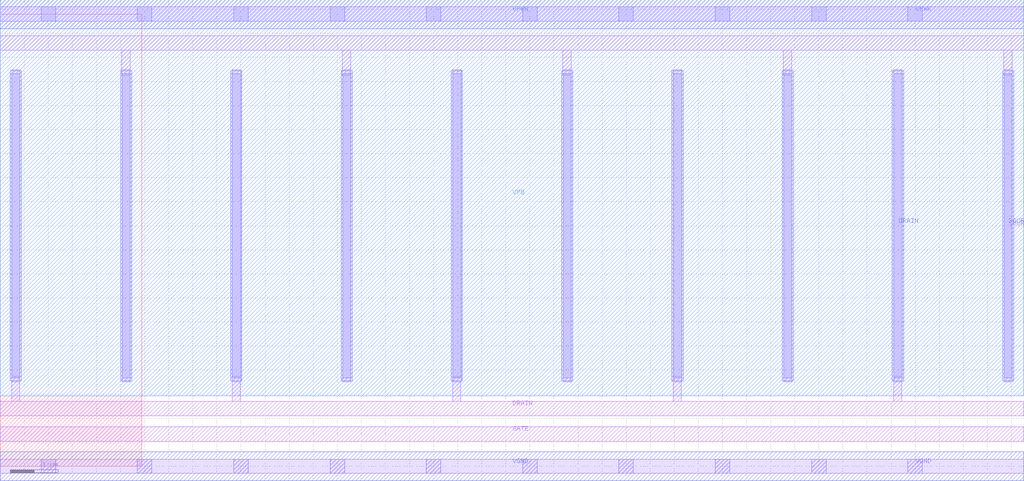
<source format=lef>
VERSION 5.7 ;
  NOWIREEXTENSIONATPIN ON ;
  DIVIDERCHAR "/" ;
  BUSBITCHARS "[]" ;
MACRO sky130_asc_pfet_01v8_lvt_9
  CLASS CORE ;
  FOREIGN sky130_asc_pfet_01v8_lvt_9 ;
  ORIGIN 0.000 0.000 ;
  SIZE 2.940 BY 9.400 ;
  SITE unitasc ;
  PIN GATE
    DIRECTION INOUT ;
    USE SIGNAL ;
    ANTENNAGATEAREA 116.099998 ;
    PORT
      LAYER li1 ;
        RECT 0.000 0.520 21.260 0.820 ;
    END
  END GATE
  PIN SOURCE
    DIRECTION INOUT ;
    USE SIGNAL ;
    ANTENNADIFFAREA 9.352500 ;
    PORT
      LAYER li1 ;
        RECT 0.000 8.650 21.260 8.950 ;
        RECT 2.525 8.245 2.695 8.650 ;
        RECT 7.105 8.245 7.275 8.650 ;
        RECT 11.685 8.245 11.855 8.650 ;
        RECT 16.265 8.245 16.435 8.650 ;
        RECT 20.845 8.245 21.015 8.650 ;
        RECT 2.525 8.130 2.700 8.245 ;
        RECT 7.105 8.130 7.280 8.245 ;
        RECT 11.685 8.130 11.860 8.245 ;
        RECT 16.265 8.130 16.440 8.245 ;
        RECT 20.845 8.130 21.020 8.245 ;
        RECT 2.530 1.755 2.700 8.130 ;
        RECT 7.110 1.755 7.280 8.130 ;
        RECT 11.690 1.755 11.860 8.130 ;
        RECT 16.270 1.755 16.440 8.130 ;
        RECT 20.850 1.755 21.020 8.130 ;
      LAYER mcon ;
        RECT 2.530 1.835 2.700 8.165 ;
        RECT 7.110 1.835 7.280 8.165 ;
        RECT 11.690 1.835 11.860 8.165 ;
        RECT 16.270 1.835 16.440 8.165 ;
        RECT 20.850 1.835 21.020 8.165 ;
      LAYER met1 ;
        RECT 2.500 1.775 2.730 8.225 ;
        RECT 7.080 1.775 7.310 8.225 ;
        RECT 11.660 1.775 11.890 8.225 ;
        RECT 16.240 1.775 16.470 8.225 ;
        RECT 20.820 1.775 21.050 8.225 ;
    END
  END SOURCE
  PIN DRAIN
    DIRECTION INOUT ;
    USE SIGNAL ;
    ANTENNADIFFAREA 9.352500 ;
    PORT
      LAYER li1 ;
        RECT 0.240 1.870 0.410 8.245 ;
        RECT 4.820 1.870 4.990 8.245 ;
        RECT 9.400 1.870 9.570 8.245 ;
        RECT 13.980 1.870 14.150 8.245 ;
        RECT 18.560 1.870 18.730 8.245 ;
        RECT 0.235 1.755 0.410 1.870 ;
        RECT 4.815 1.755 4.990 1.870 ;
        RECT 9.395 1.755 9.570 1.870 ;
        RECT 13.975 1.755 14.150 1.870 ;
        RECT 18.555 1.755 18.730 1.870 ;
        RECT 0.235 1.350 0.405 1.755 ;
        RECT 4.815 1.350 4.985 1.755 ;
        RECT 9.395 1.350 9.565 1.755 ;
        RECT 13.975 1.350 14.145 1.755 ;
        RECT 18.555 1.350 18.725 1.755 ;
        RECT 0.000 1.050 21.260 1.350 ;
      LAYER mcon ;
        RECT 0.240 1.835 0.410 8.165 ;
        RECT 4.820 1.835 4.990 8.165 ;
        RECT 9.400 1.835 9.570 8.165 ;
        RECT 13.980 1.835 14.150 8.165 ;
        RECT 18.560 1.835 18.730 8.165 ;
      LAYER met1 ;
        RECT 0.210 1.775 0.440 8.225 ;
        RECT 4.790 1.775 5.020 8.225 ;
        RECT 9.370 1.775 9.600 8.225 ;
        RECT 13.950 1.775 14.180 8.225 ;
        RECT 18.530 1.775 18.760 8.225 ;
    END
  END DRAIN
  PIN VPB
    DIRECTION INOUT ;
    USE POWER ;
    PORT
      LAYER nwell ;
        RECT 0.000 1.465 21.260 9.700 ;
    END
  END VPB
  PIN VPWR
    DIRECTION INOUT ;
    USE POWER ;
    PORT
      LAYER li1 ;
        RECT 0.000 9.250 21.260 9.550 ;
      LAYER mcon ;
        RECT 0.850 9.250 1.150 9.550 ;
        RECT 2.850 9.250 3.150 9.550 ;
        RECT 4.850 9.250 5.150 9.550 ;
        RECT 6.850 9.250 7.150 9.550 ;
        RECT 8.850 9.250 9.150 9.550 ;
        RECT 10.850 9.250 11.150 9.550 ;
        RECT 12.850 9.250 13.150 9.550 ;
        RECT 14.850 9.250 15.150 9.550 ;
        RECT 16.850 9.250 17.150 9.550 ;
        RECT 18.850 9.250 19.150 9.550 ;
      LAYER met1 ;
        RECT 0.000 9.100 21.260 9.700 ;
    END
  END VPWR
  PIN VGND
    DIRECTION INOUT ;
    USE GROUND ;
    PORT
      LAYER li1 ;
        RECT 0.000 -0.150 21.260 0.150 ;
      LAYER mcon ;
        RECT 0.850 -0.150 1.150 0.150 ;
        RECT 2.850 -0.150 3.150 0.150 ;
        RECT 4.850 -0.150 5.150 0.150 ;
        RECT 6.850 -0.150 7.150 0.150 ;
        RECT 8.850 -0.150 9.150 0.150 ;
        RECT 10.850 -0.150 11.150 0.150 ;
        RECT 12.850 -0.150 13.150 0.150 ;
        RECT 14.850 -0.150 15.150 0.150 ;
        RECT 16.850 -0.150 17.150 0.150 ;
        RECT 18.850 -0.150 19.150 0.150 ;
      LAYER met1 ;
        RECT 0.000 -0.300 21.260 0.300 ;
    END
  END VGND
END sky130_asc_pfet_01v8_lvt_9
END LIBRARY


</source>
